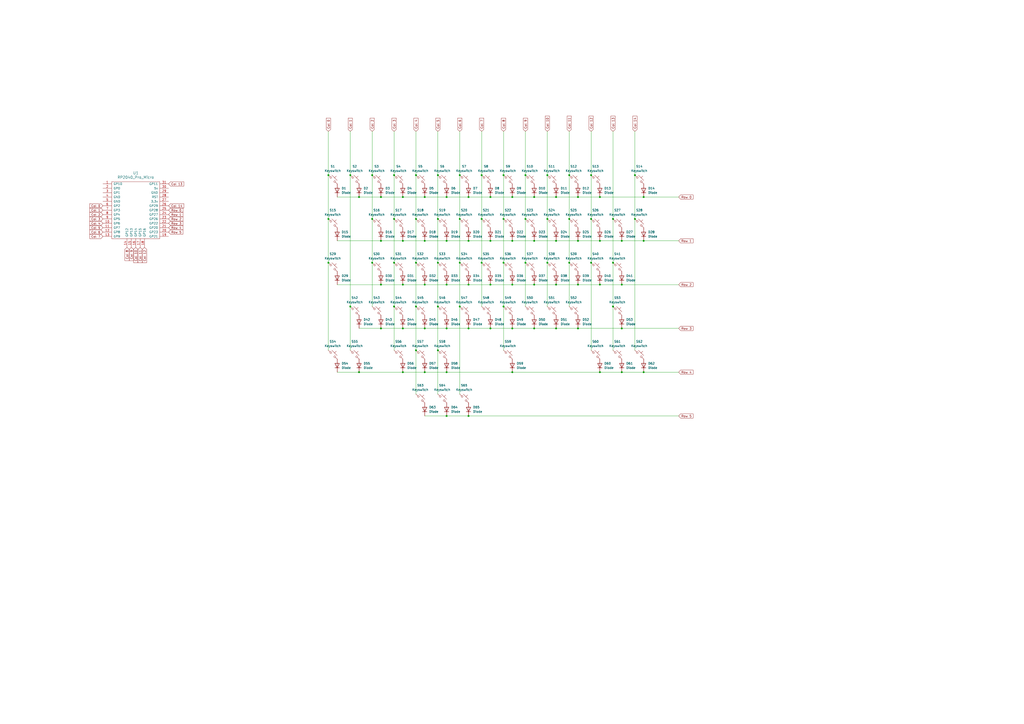
<source format=kicad_sch>
(kicad_sch (version 20231120) (generator "eeschema") (generator_version "8.0")
  (paper "A2")
  (lib_symbols
    (symbol "ScottoKeebs:MCU_RP2040_Pro_Micro" (pin_names (offset 1.016))
      (property "Reference" "U" (at 0 0 0))
      (property "Value" "RP2040_Pro_Micro" (at 0 -27.686 0))
      (symbol "MCU_RP2040_Pro_Micro_1_1"
        (pin input line (at -19.05 15.24 0) (length 5.08) (name "GP10") (number "1"))
        (pin input line (at -19.05 -7.62 0) (length 5.08) (name "GP6") (number "10"))
        (pin input line (at -19.05 -10.16 0) (length 5.08) (name "GP7") (number "11"))
        (pin input line (at -19.05 -12.7 0) (length 5.08) (name "GP8") (number "12"))
        (pin input line (at -19.05 -15.24 0) (length 5.08) (name "GP9") (number "13"))
        (pin input line (at -5.08 -21.59 90) (length 5.08) (name "GP12") (number "14"))
        (pin input line (at -2.54 -21.59 90) (length 5.08) (name "GP13") (number "15"))
        (pin input line (at 0 -21.59 90) (length 5.08) (name "GP14") (number "16"))
        (pin input line (at 2.54 -21.59 90) (length 5.08) (name "GP15") (number "17"))
        (pin input line (at 5.08 -21.59 90) (length 5.08) (name "GP16") (number "18"))
        (pin input line (at 19.05 -15.24 180) (length 5.08) (name "GP21") (number "19"))
        (pin input line (at -19.05 12.7 0) (length 5.08) (name "GP0") (number "2"))
        (pin input line (at 19.05 -12.7 180) (length 5.08) (name "GP23") (number "20"))
        (pin input line (at 19.05 -10.16 180) (length 5.08) (name "GP20") (number "21"))
        (pin input line (at 19.05 -7.62 180) (length 5.08) (name "GP22") (number "22"))
        (pin input line (at 19.05 -5.08 180) (length 5.08) (name "GP26") (number "23"))
        (pin input line (at 19.05 -2.54 180) (length 5.08) (name "GP27") (number "24"))
        (pin input line (at 19.05 0 180) (length 5.08) (name "GP28") (number "25"))
        (pin input line (at 19.05 2.54 180) (length 5.08) (name "GP29") (number "26"))
        (pin input line (at 19.05 5.08 180) (length 5.08) (name "3.3v") (number "27"))
        (pin input line (at 19.05 7.62 180) (length 5.08) (name "RST") (number "28"))
        (pin input line (at 19.05 10.16 180) (length 5.08) (name "GND") (number "29"))
        (pin input line (at -19.05 10.16 0) (length 5.08) (name "GP1") (number "3"))
        (pin input line (at 19.05 12.7 180) (length 5.08) (name "5v") (number "30"))
        (pin input line (at 19.05 15.24 180) (length 5.08) (name "GP11") (number "31"))
        (pin input line (at -19.05 7.62 0) (length 5.08) (name "GND") (number "4"))
        (pin input line (at -19.05 5.08 0) (length 5.08) (name "GND") (number "5"))
        (pin input line (at -19.05 2.54 0) (length 5.08) (name "GP2") (number "6"))
        (pin input line (at -19.05 0 0) (length 5.08) (name "GP3") (number "7"))
        (pin input line (at -19.05 -2.54 0) (length 5.08) (name "GP4") (number "8"))
        (pin input line (at -19.05 -5.08 0) (length 5.08) (name "GP5") (number "9"))
      )
    )
    (symbol "ScottoKeebs:Placeholder_Diode" (pin_numbers hide) (pin_names hide)
      (property "Reference" "D" (at 0 2.54 0))
      (property "Value" "Diode" (at 0 -2.54 0))
      (symbol "Placeholder_Diode_1_1"
        (pin passive line (at -3.81 0 0) (length 2.54) (name "K") (number "1"))
        (pin passive line (at 3.81 0 180) (length 2.54) (name "A") (number "2"))
      )
    )
    (symbol "ScottoKeebs:Placeholder_Keyswitch" (pin_numbers hide) (pin_names (offset 1.016) hide)
      (property "Reference" "S" (at 3.048 1.016 0))
      (property "Value" "Keyswitch" (at 0 -3.81 0))
      (symbol "Placeholder_Keyswitch_0_1"
        (pin passive line (at -2.54 2.54 0) (length 0) (name "1") (number "1"))
        (pin passive line (at 2.54 -2.54 180) (length 0) (name "2") (number "2"))
      )
    )
  )
  (junction (at 190.5 101.6))
  (junction (at 259.08 215.9))
  (junction (at 373.38 215.9))
  (junction (at 203.2 101.6))
  (junction (at 284.48 114.3))
  (junction (at 342.9 101.6))
  (junction (at 322.58 165.1))
  (junction (at 271.78 139.7))
  (junction (at 279.4 127))
  (junction (at 246.38 215.9))
  (junction (at 220.98 114.3))
  (junction (at 208.28 215.9))
  (junction (at 304.8 101.6))
  (junction (at 246.38 114.3))
  (junction (at 271.78 190.5))
  (junction (at 254 127))
  (junction (at 271.78 114.3))
  (junction (at 284.48 190.5))
  (junction (at 254 152.4))
  (junction (at 368.3 101.6))
  (junction (at 309.88 114.3))
  (junction (at 355.6 177.8))
  (junction (at 279.4 101.6))
  (junction (at 317.5 127))
  (junction (at 228.6 152.4))
  (junction (at 335.28 114.3))
  (junction (at 246.38 165.1))
  (junction (at 309.88 190.5))
  (junction (at 292.1 127))
  (junction (at 259.08 241.3))
  (junction (at 304.8 127))
  (junction (at 254 101.6))
  (junction (at 292.1 152.4))
  (junction (at 360.68 190.5))
  (junction (at 360.68 139.7))
  (junction (at 342.9 127))
  (junction (at 259.08 114.3))
  (junction (at 335.28 139.7))
  (junction (at 271.78 241.3))
  (junction (at 228.6 127))
  (junction (at 360.68 215.9))
  (junction (at 220.98 165.1))
  (junction (at 335.28 165.1))
  (junction (at 292.1 177.8))
  (junction (at 190.5 152.4))
  (junction (at 279.4 152.4))
  (junction (at 190.5 127))
  (junction (at 215.9 127))
  (junction (at 228.6 101.6))
  (junction (at 373.38 139.7))
  (junction (at 355.6 152.4))
  (junction (at 208.28 114.3))
  (junction (at 259.08 190.5))
  (junction (at 241.3 152.4))
  (junction (at 241.3 203.2))
  (junction (at 330.2 152.4))
  (junction (at 347.98 114.3))
  (junction (at 266.7 127))
  (junction (at 259.08 165.1))
  (junction (at 368.3 127))
  (junction (at 241.3 101.6))
  (junction (at 228.6 177.8))
  (junction (at 266.7 101.6))
  (junction (at 254 203.2))
  (junction (at 241.3 177.8))
  (junction (at 266.7 152.4))
  (junction (at 309.88 139.7))
  (junction (at 297.18 215.9))
  (junction (at 347.98 165.1))
  (junction (at 330.2 127))
  (junction (at 360.68 165.1))
  (junction (at 259.08 139.7))
  (junction (at 233.68 165.1))
  (junction (at 233.68 114.3))
  (junction (at 335.28 190.5))
  (junction (at 246.38 139.7))
  (junction (at 355.6 127))
  (junction (at 304.8 152.4))
  (junction (at 342.9 152.4))
  (junction (at 297.18 139.7))
  (junction (at 309.88 165.1))
  (junction (at 233.68 190.5))
  (junction (at 215.9 101.6))
  (junction (at 284.48 165.1))
  (junction (at 220.98 139.7))
  (junction (at 317.5 101.6))
  (junction (at 373.38 114.3))
  (junction (at 233.68 215.9))
  (junction (at 233.68 139.7))
  (junction (at 347.98 215.9))
  (junction (at 241.3 127))
  (junction (at 347.98 139.7))
  (junction (at 220.98 190.5))
  (junction (at 322.58 139.7))
  (junction (at 322.58 114.3))
  (junction (at 292.1 101.6))
  (junction (at 266.7 177.8))
  (junction (at 254 177.8))
  (junction (at 322.58 190.5))
  (junction (at 297.18 190.5))
  (junction (at 330.2 101.6))
  (junction (at 297.18 114.3))
  (junction (at 246.38 190.5))
  (junction (at 317.5 152.4))
  (junction (at 284.48 139.7))
  (junction (at 297.18 165.1))
  (junction (at 203.2 177.8))
  (junction (at 271.78 165.1))
  (junction (at 215.9 152.4))
  (wire (pts (xy 271.78 241.3) (xy 393.7 241.3)))
  (wire (pts (xy 330.2 127) (xy 330.2 152.4)))
  (wire (pts (xy 373.38 215.9) (xy 393.7 215.9)))
  (wire (pts (xy 347.98 139.7) (xy 360.68 139.7)))
  (wire (pts (xy 254 76.2) (xy 254 101.6)))
  (wire (pts (xy 297.18 165.1) (xy 309.88 165.1)))
  (wire (pts (xy 368.3 101.6) (xy 368.3 127)))
  (wire (pts (xy 190.5 152.4) (xy 190.5 203.2)))
  (wire (pts (xy 284.48 114.3) (xy 297.18 114.3)))
  (wire (pts (xy 330.2 101.6) (xy 330.2 127)))
  (wire (pts (xy 259.08 241.3) (xy 271.78 241.3)))
  (wire (pts (xy 233.68 190.5) (xy 246.38 190.5)))
  (wire (pts (xy 246.38 241.3) (xy 259.08 241.3)))
  (wire (pts (xy 271.78 114.3) (xy 284.48 114.3)))
  (wire (pts (xy 393.7 139.7) (xy 373.38 139.7)))
  (wire (pts (xy 241.3 152.4) (xy 241.3 177.8)))
  (wire (pts (xy 309.88 139.7) (xy 322.58 139.7)))
  (wire (pts (xy 215.9 127) (xy 215.9 152.4)))
  (wire (pts (xy 335.28 114.3) (xy 347.98 114.3)))
  (wire (pts (xy 393.7 190.5) (xy 360.68 190.5)))
  (wire (pts (xy 195.58 215.9) (xy 208.28 215.9)))
  (wire (pts (xy 342.9 76.2) (xy 342.9 101.6)))
  (wire (pts (xy 195.58 165.1) (xy 220.98 165.1)))
  (wire (pts (xy 241.3 127) (xy 241.3 152.4)))
  (wire (pts (xy 347.98 215.9) (xy 360.68 215.9)))
  (wire (pts (xy 271.78 165.1) (xy 284.48 165.1)))
  (wire (pts (xy 304.8 152.4) (xy 304.8 177.8)))
  (wire (pts (xy 266.7 152.4) (xy 266.7 177.8)))
  (wire (pts (xy 215.9 76.2) (xy 215.9 101.6)))
  (wire (pts (xy 322.58 139.7) (xy 335.28 139.7)))
  (wire (pts (xy 297.18 190.5) (xy 309.88 190.5)))
  (wire (pts (xy 355.6 177.8) (xy 355.6 203.2)))
  (wire (pts (xy 246.38 165.1) (xy 259.08 165.1)))
  (wire (pts (xy 220.98 190.5) (xy 233.68 190.5)))
  (wire (pts (xy 335.28 165.1) (xy 347.98 165.1)))
  (wire (pts (xy 233.68 139.7) (xy 246.38 139.7)))
  (wire (pts (xy 335.28 190.5) (xy 360.68 190.5)))
  (wire (pts (xy 190.5 76.2) (xy 190.5 101.6)))
  (wire (pts (xy 203.2 177.8) (xy 203.2 203.2)))
  (wire (pts (xy 292.1 76.2) (xy 292.1 101.6)))
  (wire (pts (xy 220.98 165.1) (xy 233.68 165.1)))
  (wire (pts (xy 190.5 127) (xy 190.5 152.4)))
  (wire (pts (xy 259.08 139.7) (xy 271.78 139.7)))
  (wire (pts (xy 342.9 152.4) (xy 342.9 203.2)))
  (wire (pts (xy 215.9 152.4) (xy 215.9 177.8)))
  (wire (pts (xy 355.6 127) (xy 355.6 152.4)))
  (wire (pts (xy 259.08 114.3) (xy 271.78 114.3)))
  (wire (pts (xy 254 177.8) (xy 254 203.2)))
  (wire (pts (xy 373.38 139.7) (xy 360.68 139.7)))
  (wire (pts (xy 279.4 127) (xy 279.4 152.4)))
  (wire (pts (xy 254 203.2) (xy 254 228.6)))
  (wire (pts (xy 220.98 114.3) (xy 233.68 114.3)))
  (wire (pts (xy 215.9 101.6) (xy 215.9 127)))
  (wire (pts (xy 317.5 127) (xy 317.5 152.4)))
  (wire (pts (xy 317.5 152.4) (xy 317.5 177.8)))
  (wire (pts (xy 309.88 190.5) (xy 322.58 190.5)))
  (wire (pts (xy 266.7 127) (xy 266.7 152.4)))
  (wire (pts (xy 292.1 127) (xy 292.1 152.4)))
  (wire (pts (xy 266.7 177.8) (xy 266.7 228.6)))
  (wire (pts (xy 279.4 76.2) (xy 279.4 101.6)))
  (wire (pts (xy 284.48 190.5) (xy 297.18 190.5)))
  (wire (pts (xy 208.28 190.5) (xy 220.98 190.5)))
  (wire (pts (xy 317.5 101.6) (xy 317.5 127)))
  (wire (pts (xy 266.7 76.2) (xy 266.7 101.6)))
  (wire (pts (xy 241.3 76.2) (xy 241.3 101.6)))
  (wire (pts (xy 292.1 152.4) (xy 292.1 177.8)))
  (wire (pts (xy 284.48 165.1) (xy 297.18 165.1)))
  (wire (pts (xy 355.6 76.2) (xy 355.6 127)))
  (wire (pts (xy 322.58 165.1) (xy 335.28 165.1)))
  (wire (pts (xy 233.68 215.9) (xy 246.38 215.9)))
  (wire (pts (xy 279.4 152.4) (xy 279.4 177.8)))
  (wire (pts (xy 195.58 139.7) (xy 220.98 139.7)))
  (wire (pts (xy 342.9 127) (xy 342.9 152.4)))
  (wire (pts (xy 190.5 101.6) (xy 190.5 127)))
  (wire (pts (xy 355.6 152.4) (xy 355.6 177.8)))
  (wire (pts (xy 271.78 190.5) (xy 284.48 190.5)))
  (wire (pts (xy 246.38 139.7) (xy 259.08 139.7)))
  (wire (pts (xy 241.3 177.8) (xy 241.3 203.2)))
  (wire (pts (xy 309.88 114.3) (xy 322.58 114.3)))
  (wire (pts (xy 246.38 215.9) (xy 259.08 215.9)))
  (wire (pts (xy 259.08 190.5) (xy 271.78 190.5)))
  (wire (pts (xy 203.2 76.2) (xy 203.2 101.6)))
  (wire (pts (xy 266.7 101.6) (xy 266.7 127)))
  (wire (pts (xy 360.68 165.1) (xy 393.7 165.1)))
  (wire (pts (xy 254 127) (xy 254 152.4)))
  (wire (pts (xy 241.3 101.6) (xy 241.3 127)))
  (wire (pts (xy 297.18 114.3) (xy 309.88 114.3)))
  (wire (pts (xy 271.78 139.7) (xy 284.48 139.7)))
  (wire (pts (xy 208.28 215.9) (xy 233.68 215.9)))
  (wire (pts (xy 368.3 127) (xy 368.3 203.2)))
  (wire (pts (xy 246.38 190.5) (xy 259.08 190.5)))
  (wire (pts (xy 259.08 165.1) (xy 271.78 165.1)))
  (wire (pts (xy 279.4 101.6) (xy 279.4 127)))
  (wire (pts (xy 228.6 152.4) (xy 228.6 177.8)))
  (wire (pts (xy 368.3 76.2) (xy 368.3 101.6)))
  (wire (pts (xy 330.2 76.2) (xy 330.2 101.6)))
  (wire (pts (xy 220.98 139.7) (xy 233.68 139.7)))
  (wire (pts (xy 322.58 114.3) (xy 335.28 114.3)))
  (wire (pts (xy 304.8 76.2) (xy 304.8 101.6)))
  (wire (pts (xy 203.2 101.6) (xy 203.2 177.8)))
  (wire (pts (xy 259.08 215.9) (xy 297.18 215.9)))
  (wire (pts (xy 347.98 165.1) (xy 360.68 165.1)))
  (wire (pts (xy 292.1 101.6) (xy 292.1 127)))
  (wire (pts (xy 347.98 114.3) (xy 373.38 114.3)))
  (wire (pts (xy 195.58 114.3) (xy 208.28 114.3)))
  (wire (pts (xy 297.18 215.9) (xy 347.98 215.9)))
  (wire (pts (xy 335.28 139.7) (xy 347.98 139.7)))
  (wire (pts (xy 393.7 114.3) (xy 373.38 114.3)))
  (wire (pts (xy 233.68 114.3) (xy 246.38 114.3)))
  (wire (pts (xy 254 101.6) (xy 254 127)))
  (wire (pts (xy 228.6 127) (xy 228.6 152.4)))
  (wire (pts (xy 254 152.4) (xy 254 177.8)))
  (wire (pts (xy 241.3 203.2) (xy 241.3 228.6)))
  (wire (pts (xy 309.88 165.1) (xy 322.58 165.1)))
  (wire (pts (xy 208.28 114.3) (xy 220.98 114.3)))
  (wire (pts (xy 373.38 215.9) (xy 360.68 215.9)))
  (wire (pts (xy 228.6 101.6) (xy 228.6 127)))
  (wire (pts (xy 228.6 76.2) (xy 228.6 101.6)))
  (wire (pts (xy 317.5 76.2) (xy 317.5 101.6)))
  (wire (pts (xy 304.8 101.6) (xy 304.8 127)))
  (wire (pts (xy 330.2 152.4) (xy 330.2 177.8)))
  (wire (pts (xy 292.1 177.8) (xy 292.1 203.2)))
  (wire (pts (xy 297.18 139.7) (xy 309.88 139.7)))
  (wire (pts (xy 233.68 165.1) (xy 246.38 165.1)))
  (wire (pts (xy 342.9 101.6) (xy 342.9 127)))
  (wire (pts (xy 284.48 139.7) (xy 297.18 139.7)))
  (wire (pts (xy 322.58 190.5) (xy 335.28 190.5)))
  (wire (pts (xy 228.6 177.8) (xy 228.6 203.2)))
  (wire (pts (xy 304.8 127) (xy 304.8 152.4)))
  (wire (pts (xy 246.38 114.3) (xy 259.08 114.3)))
  (global_label "Col 11" (shape input) (at 81.28 143.51 270) (property "Intersheetrefs" "${INTERSHEET_REFS}" (effects (hide yes))))
  (global_label "Col 6" (shape input) (at 266.7 76.2 90) (property "Intersheetrefs" "${INTERSHEET_REFS}" (effects (hide yes))))
  (global_label "Row 2" (shape input) (at 393.7 165.1 0) (property "Intersheetrefs" "${INTERSHEET_REFS}" (effects (hide yes))))
  (global_label "Col 8" (shape input) (at 73.66 143.51 270) (property "Intersheetrefs" "${INTERSHEET_REFS}" (effects (hide yes))))
  (global_label "Col 9" (shape input) (at 304.8 76.2 90) (property "Intersheetrefs" "${INTERSHEET_REFS}" (effects (hide yes))))
  (global_label "Row 0" (shape input) (at 97.79 121.92 0) (property "Intersheetrefs" "${INTERSHEET_REFS}" (effects (hide yes))))
  (global_label "Row 4" (shape input) (at 97.79 132.08 0) (property "Intersheetrefs" "${INTERSHEET_REFS}" (effects (hide yes))))
  (global_label "Col 6" (shape input) (at 59.69 134.62 180) (property "Intersheetrefs" "${INTERSHEET_REFS}" (effects (hide yes))))
  (global_label "Row 3" (shape input) (at 393.7 190.5 0) (property "Intersheetrefs" "${INTERSHEET_REFS}" (effects (hide yes))))
  (global_label "Col 7" (shape input) (at 279.4 76.2 90) (property "Intersheetrefs" "${INTERSHEET_REFS}" (effects (hide yes))))
  (global_label "Col 3" (shape input) (at 59.69 127 180) (property "Intersheetrefs" "${INTERSHEET_REFS}" (effects (hide yes))))
  (global_label "Col 1" (shape input) (at 203.2 76.2 90) (property "Intersheetrefs" "${INTERSHEET_REFS}" (effects (hide yes))))
  (global_label "Col 12" (shape input) (at 342.9 76.2 90) (property "Intersheetrefs" "${INTERSHEET_REFS}" (effects (hide yes))))
  (global_label "Col 13" (shape input) (at 97.79 106.68 0) (property "Intersheetrefs" "${INTERSHEET_REFS}" (effects (hide yes))))
  (global_label "Col 10" (shape input) (at 78.74 143.51 270) (property "Intersheetrefs" "${INTERSHEET_REFS}" (effects (hide yes))))
  (global_label "Col 11" (shape input) (at 330.2 76.2 90) (property "Intersheetrefs" "${INTERSHEET_REFS}" (effects (hide yes))))
  (global_label "Col 1" (shape input) (at 59.69 121.92 180) (property "Intersheetrefs" "${INTERSHEET_REFS}" (effects (hide yes))))
  (global_label "Row 2" (shape input) (at 97.79 127 0) (property "Intersheetrefs" "${INTERSHEET_REFS}" (effects (hide yes))))
  (global_label "Col 12" (shape input) (at 83.82 143.51 270) (property "Intersheetrefs" "${INTERSHEET_REFS}" (effects (hide yes))))
  (global_label "Col 2" (shape input) (at 215.9 76.2 90) (property "Intersheetrefs" "${INTERSHEET_REFS}" (effects (hide yes))))
  (global_label "Row 0" (shape input) (at 393.7 114.3 0) (property "Intersheetrefs" "${INTERSHEET_REFS}" (effects (hide yes))))
  (global_label "Col 14" (shape input) (at 97.79 119.38 0) (property "Intersheetrefs" "${INTERSHEET_REFS}" (effects (hide yes))))
  (global_label "Col 4" (shape input) (at 241.3 76.2 90) (property "Intersheetrefs" "${INTERSHEET_REFS}" (effects (hide yes))))
  (global_label "Row 4" (shape input) (at 393.7 215.9 0) (property "Intersheetrefs" "${INTERSHEET_REFS}" (effects (hide yes))))
  (global_label "Col 7" (shape input) (at 59.69 137.16 180) (property "Intersheetrefs" "${INTERSHEET_REFS}" (effects (hide yes))))
  (global_label "Row 1" (shape input) (at 97.79 124.46 0) (property "Intersheetrefs" "${INTERSHEET_REFS}" (effects (hide yes))))
  (global_label "Col 13" (shape input) (at 355.6 76.2 90) (property "Intersheetrefs" "${INTERSHEET_REFS}" (effects (hide yes))))
  (global_label "Col 14" (shape input) (at 368.3 76.2 90) (property "Intersheetrefs" "${INTERSHEET_REFS}" (effects (hide yes))))
  (global_label "Col 3" (shape input) (at 228.6 76.2 90) (property "Intersheetrefs" "${INTERSHEET_REFS}" (effects (hide yes))))
  (global_label "Row 3" (shape input) (at 97.79 129.54 0) (property "Intersheetrefs" "${INTERSHEET_REFS}" (effects (hide yes))))
  (global_label "Col 9" (shape input) (at 76.2 143.51 270) (property "Intersheetrefs" "${INTERSHEET_REFS}" (effects (hide yes))))
  (global_label "Col 5" (shape input) (at 59.69 132.08 180) (property "Intersheetrefs" "${INTERSHEET_REFS}" (effects (hide yes))))
  (global_label "Col 5" (shape input) (at 254 76.2 90) (property "Intersheetrefs" "${INTERSHEET_REFS}" (effects (hide yes))))
  (global_label "Col 0" (shape input) (at 190.5 76.2 90) (property "Intersheetrefs" "${INTERSHEET_REFS}" (effects (hide yes))))
  (global_label "Col 8" (shape input) (at 292.1 76.2 90) (property "Intersheetrefs" "${INTERSHEET_REFS}" (effects (hide yes))))
  (global_label "Col 10" (shape input) (at 317.5 76.2 90) (property "Intersheetrefs" "${INTERSHEET_REFS}" (effects (hide yes))))
  (global_label "Row 5" (shape input) (at 393.7 241.3 0) (property "Intersheetrefs" "${INTERSHEET_REFS}" (effects (hide yes))))
  (global_label "Col 4" (shape input) (at 59.69 129.54 180) (property "Intersheetrefs" "${INTERSHEET_REFS}" (effects (hide yes))))
  (global_label "Col 2" (shape input) (at 59.69 124.46 180) (property "Intersheetrefs" "${INTERSHEET_REFS}" (effects (hide yes))))
  (global_label "Row 1" (shape input) (at 393.7 139.7 0) (property "Intersheetrefs" "${INTERSHEET_REFS}" (effects (hide yes))))
  (global_label "Col 0" (shape input) (at 59.69 119.38 180) (property "Intersheetrefs" "${INTERSHEET_REFS}" (effects (hide yes))))
  (global_label "Row 5" (shape input) (at 97.79 134.62 0) (property "Intersheetrefs" "${INTERSHEET_REFS}" (effects (hide yes))))
  (symbol (lib_id "ScottoKeebs:Placeholder_Keyswitch") (at 193.04 205.74 0) (unit 1)
    (property "Reference" "S54" (at 193.04 198.12 0))
    (property "Value" "Keyswitch" (at 193.04 200.66 0))
    (property "Footprint" "ScottoKeebs_MX:MX_PCB_1.25u" (effects (hide yes)))
    (property "Description" "Push button switch, normally open, two pins, 45° tilted" (effects (hide yes)))
  )
  (symbol (lib_id "ScottoKeebs:Placeholder_Diode") (at 195.58 135.89 90) (unit 1)
    (property "Reference" "D15" (at 198.12 134.6199 90) (effects (justify right)))
    (property "Value" "Diode" (at 198.12 137.1599 90) (effects (justify right)))
    (property "Footprint" "ScottoKeebs_Components:Diode_DO-35" (effects (hide yes)))
    (property "Description" "1N4148 (DO-35) or 1N4148W (SOD-123)" (effects (hide yes)))
    (property "Sim.Device" "D" (effects (hide yes)))
    (property "Sim.Pins" "1=K 2=A" (effects (hide yes)))
  )
  (symbol (lib_id "ScottoKeebs:Placeholder_Diode") (at 208.28 110.49 90) (unit 1)
    (property "Reference" "D2" (at 210.82 109.2199 90) (effects (justify right)))
    (property "Value" "Diode" (at 210.82 111.7599 90) (effects (justify right)))
    (property "Footprint" "ScottoKeebs_Components:Diode_DO-35" (effects (hide yes)))
    (property "Description" "1N4148 (DO-35) or 1N4148W (SOD-123)" (effects (hide yes)))
    (property "Sim.Device" "D" (effects (hide yes)))
    (property "Sim.Pins" "1=K 2=A" (effects (hide yes)))
  )
  (symbol (lib_id "ScottoKeebs:Placeholder_Keyswitch") (at 205.74 180.34 0) (unit 1)
    (property "Reference" "S42" (at 205.74 172.72 0))
    (property "Value" "Keyswitch" (at 205.74 175.26 0))
    (property "Footprint" "ScottoKeebs_MX:MX_PCB_2.25u" (effects (hide yes)))
    (property "Description" "Push button switch, normally open, two pins, 45° tilted" (effects (hide yes)))
  )
  (symbol (lib_id "ScottoKeebs:Placeholder_Diode") (at 284.48 161.29 90) (unit 1)
    (property "Reference" "D35" (at 287.02 160.0199 90) (effects (justify right)))
    (property "Value" "Diode" (at 287.02 162.5599 90) (effects (justify right)))
    (property "Footprint" "ScottoKeebs_Components:Diode_DO-35" (effects (hide yes)))
    (property "Description" "1N4148 (DO-35) or 1N4148W (SOD-123)" (effects (hide yes)))
    (property "Sim.Device" "D" (effects (hide yes)))
    (property "Sim.Pins" "1=K 2=A" (effects (hide yes)))
  )
  (symbol (lib_id "ScottoKeebs:Placeholder_Keyswitch") (at 320.04 154.94 0) (unit 1)
    (property "Reference" "S38" (at 320.04 147.32 0))
    (property "Value" "Keyswitch" (at 320.04 149.86 0))
    (property "Footprint" "ScottoKeebs_MX:MX_PCB_1.00u" (effects (hide yes)))
    (property "Description" "Push button switch, normally open, two pins, 45° tilted" (effects (hide yes)))
  )
  (symbol (lib_id "ScottoKeebs:Placeholder_Keyswitch") (at 231.14 154.94 0) (unit 1)
    (property "Reference" "S31" (at 231.14 147.32 0))
    (property "Value" "Keyswitch" (at 231.14 149.86 0))
    (property "Footprint" "ScottoKeebs_MX:MX_PCB_1.00u" (effects (hide yes)))
    (property "Description" "Push button switch, normally open, two pins, 45° tilted" (effects (hide yes)))
  )
  (symbol (lib_id "ScottoKeebs:Placeholder_Diode") (at 373.38 110.49 90) (unit 1)
    (property "Reference" "D14" (at 375.92 109.2199 90) (effects (justify right)))
    (property "Value" "Diode" (at 375.92 111.7599 90) (effects (justify right)))
    (property "Footprint" "ScottoKeebs_Components:Diode_DO-35" (effects (hide yes)))
    (property "Description" "1N4148 (DO-35) or 1N4148W (SOD-123)" (effects (hide yes)))
    (property "Sim.Device" "D" (effects (hide yes)))
    (property "Sim.Pins" "1=K 2=A" (effects (hide yes)))
  )
  (symbol (lib_id "ScottoKeebs:Placeholder_Diode") (at 309.88 186.69 90) (unit 1)
    (property "Reference" "D50" (at 312.42 185.4199 90) (effects (justify right)))
    (property "Value" "Diode" (at 312.42 187.9599 90) (effects (justify right)))
    (property "Footprint" "ScottoKeebs_Components:Diode_DO-35" (effects (hide yes)))
    (property "Description" "1N4148 (DO-35) or 1N4148W (SOD-123)" (effects (hide yes)))
    (property "Sim.Device" "D" (effects (hide yes)))
    (property "Sim.Pins" "1=K 2=A" (effects (hide yes)))
  )
  (symbol (lib_id "ScottoKeebs:Placeholder_Keyswitch") (at 345.44 104.14 0) (unit 1)
    (property "Reference" "S13" (at 345.44 96.52 0))
    (property "Value" "Keyswitch" (at 345.44 99.06 0))
    (property "Footprint" "ScottoKeebs_MX:MX_PCB_1.00u" (effects (hide yes)))
    (property "Description" "Push button switch, normally open, two pins, 45° tilted" (effects (hide yes)))
  )
  (symbol (lib_id "ScottoKeebs:Placeholder_Diode") (at 373.38 135.89 90) (unit 1)
    (property "Reference" "D28" (at 375.92 134.6199 90) (effects (justify right)))
    (property "Value" "Diode" (at 375.92 137.1599 90) (effects (justify right)))
    (property "Footprint" "ScottoKeebs_Components:Diode_DO-35" (effects (hide yes)))
    (property "Description" "1N4148 (DO-35) or 1N4148W (SOD-123)" (effects (hide yes)))
    (property "Sim.Device" "D" (effects (hide yes)))
    (property "Sim.Pins" "1=K 2=A" (effects (hide yes)))
  )
  (symbol (lib_id "ScottoKeebs:Placeholder_Keyswitch") (at 370.84 205.74 0) (unit 1)
    (property "Reference" "S62" (at 370.84 198.12 0))
    (property "Value" "Keyswitch" (at 370.84 200.66 0))
    (property "Footprint" "ScottoKeebs_MX:MX_PCB_1.00u" (effects (hide yes)))
    (property "Description" "Push button switch, normally open, two pins, 45° tilted" (effects (hide yes)))
  )
  (symbol (lib_id "ScottoKeebs:Placeholder_Diode") (at 208.28 186.69 90) (unit 1)
    (property "Reference" "D42" (at 210.82 185.4199 90) (effects (justify right)))
    (property "Value" "Diode" (at 210.82 187.9599 90) (effects (justify right)))
    (property "Footprint" "ScottoKeebs_Components:Diode_DO-35" (effects (hide yes)))
    (property "Description" "1N4148 (DO-35) or 1N4148W (SOD-123)" (effects (hide yes)))
    (property "Sim.Device" "D" (effects (hide yes)))
    (property "Sim.Pins" "1=K 2=A" (effects (hide yes)))
  )
  (symbol (lib_id "ScottoKeebs:Placeholder_Diode") (at 233.68 212.09 90) (unit 1)
    (property "Reference" "D56" (at 236.22 210.8199 90) (effects (justify right)))
    (property "Value" "Diode" (at 236.22 213.3599 90) (effects (justify right)))
    (property "Footprint" "ScottoKeebs_Components:Diode_DO-35" (effects (hide yes)))
    (property "Description" "1N4148 (DO-35) or 1N4148W (SOD-123)" (effects (hide yes)))
    (property "Sim.Device" "D" (effects (hide yes)))
    (property "Sim.Pins" "1=K 2=A" (effects (hide yes)))
  )
  (symbol (lib_id "ScottoKeebs:Placeholder_Diode") (at 322.58 135.89 90) (unit 1)
    (property "Reference" "D24" (at 325.12 134.6199 90) (effects (justify right)))
    (property "Value" "Diode" (at 325.12 137.1599 90) (effects (justify right)))
    (property "Footprint" "ScottoKeebs_Components:Diode_DO-35" (effects (hide yes)))
    (property "Description" "1N4148 (DO-35) or 1N4148W (SOD-123)" (effects (hide yes)))
    (property "Sim.Device" "D" (effects (hide yes)))
    (property "Sim.Pins" "1=K 2=A" (effects (hide yes)))
  )
  (symbol (lib_id "ScottoKeebs:Placeholder_Diode") (at 335.28 186.69 90) (unit 1)
    (property "Reference" "D52" (at 337.82 185.4199 90) (effects (justify right)))
    (property "Value" "Diode" (at 337.82 187.9599 90) (effects (justify right)))
    (property "Footprint" "ScottoKeebs_Components:Diode_DO-35" (effects (hide yes)))
    (property "Description" "1N4148 (DO-35) or 1N4148W (SOD-123)" (effects (hide yes)))
    (property "Sim.Device" "D" (effects (hide yes)))
    (property "Sim.Pins" "1=K 2=A" (effects (hide yes)))
  )
  (symbol (lib_id "ScottoKeebs:Placeholder_Keyswitch") (at 218.44 129.54 0) (unit 1)
    (property "Reference" "S16" (at 218.44 121.92 0))
    (property "Value" "Keyswitch" (at 218.44 124.46 0))
    (property "Footprint" "ScottoKeebs_MX:MX_PCB_1.00u" (effects (hide yes)))
    (property "Description" "Push button switch, normally open, two pins, 45° tilted" (effects (hide yes)))
  )
  (symbol (lib_id "ScottoKeebs:Placeholder_Diode") (at 259.08 237.49 90) (unit 1)
    (property "Reference" "D64" (at 261.62 236.2199 90) (effects (justify right)))
    (property "Value" "Diode" (at 261.62 238.7599 90) (effects (justify right)))
    (property "Footprint" "ScottoKeebs_Components:Diode_DO-35" (effects (hide yes)))
    (property "Description" "1N4148 (DO-35) or 1N4148W (SOD-123)" (effects (hide yes)))
    (property "Sim.Device" "D" (effects (hide yes)))
    (property "Sim.Pins" "1=K 2=A" (effects (hide yes)))
  )
  (symbol (lib_id "ScottoKeebs:Placeholder_Keyswitch") (at 294.64 205.74 0) (unit 1)
    (property "Reference" "S59" (at 294.64 198.12 0))
    (property "Value" "Keyswitch" (at 294.64 200.66 0))
    (property "Footprint" "ScottoKeebs_MX:MX_PCB_6.25u" (effects (hide yes)))
    (property "Description" "Push button switch, normally open, two pins, 45° tilted" (effects (hide yes)))
  )
  (symbol (lib_id "ScottoKeebs:Placeholder_Keyswitch") (at 256.54 180.34 0) (unit 1)
    (property "Reference" "S46" (at 256.54 172.72 0))
    (property "Value" "Keyswitch" (at 256.54 175.26 0))
    (property "Footprint" "ScottoKeebs_MX:MX_PCB_1.00u" (effects (hide yes)))
    (property "Description" "Push button switch, normally open, two pins, 45° tilted" (effects (hide yes)))
  )
  (symbol (lib_id "ScottoKeebs:Placeholder_Diode") (at 271.78 186.69 90) (unit 1)
    (property "Reference" "D47" (at 274.32 185.4199 90) (effects (justify right)))
    (property "Value" "Diode" (at 274.32 187.9599 90) (effects (justify right)))
    (property "Footprint" "ScottoKeebs_Components:Diode_DO-35" (effects (hide yes)))
    (property "Description" "1N4148 (DO-35) or 1N4148W (SOD-123)" (effects (hide yes)))
    (property "Sim.Device" "D" (effects (hide yes)))
    (property "Sim.Pins" "1=K 2=A" (effects (hide yes)))
  )
  (symbol (lib_id "ScottoKeebs:Placeholder_Diode") (at 360.68 186.69 90) (unit 1)
    (property "Reference" "D53" (at 363.22 185.4199 90) (effects (justify right)))
    (property "Value" "Diode" (at 363.22 187.9599 90) (effects (justify right)))
    (property "Footprint" "ScottoKeebs_Components:Diode_DO-35" (effects (hide yes)))
    (property "Description" "1N4148 (DO-35) or 1N4148W (SOD-123)" (effects (hide yes)))
    (property "Sim.Device" "D" (effects (hide yes)))
    (property "Sim.Pins" "1=K 2=A" (effects (hide yes)))
  )
  (symbol (lib_id "ScottoKeebs:Placeholder_Keyswitch") (at 193.04 104.14 0) (unit 1)
    (property "Reference" "S1" (at 193.04 96.52 0))
    (property "Value" "Keyswitch" (at 193.04 99.06 0))
    (property "Footprint" "ScottoKeebs_MX:MX_PCB_1.00u" (effects (hide yes)))
    (property "Description" "Push button switch, normally open, two pins, 45° tilted" (effects (hide yes)))
  )
  (symbol (lib_id "ScottoKeebs:Placeholder_Diode") (at 233.68 186.69 90) (unit 1)
    (property "Reference" "D44" (at 236.22 185.4199 90) (effects (justify right)))
    (property "Value" "Diode" (at 236.22 187.9599 90) (effects (justify right)))
    (property "Footprint" "ScottoKeebs_Components:Diode_DO-35" (effects (hide yes)))
    (property "Description" "1N4148 (DO-35) or 1N4148W (SOD-123)" (effects (hide yes)))
    (property "Sim.Device" "D" (effects (hide yes)))
    (property "Sim.Pins" "1=K 2=A" (effects (hide yes)))
  )
  (symbol (lib_id "ScottoKeebs:Placeholder_Diode") (at 284.48 110.49 90) (unit 1)
    (property "Reference" "D8" (at 287.02 109.2199 90) (effects (justify right)))
    (property "Value" "Diode" (at 287.02 111.7599 90) (effects (justify right)))
    (property "Footprint" "ScottoKeebs_Components:Diode_DO-35" (effects (hide yes)))
    (property "Description" "1N4148 (DO-35) or 1N4148W (SOD-123)" (effects (hide yes)))
    (property "Sim.Device" "D" (effects (hide yes)))
    (property "Sim.Pins" "1=K 2=A" (effects (hide yes)))
  )
  (symbol (lib_id "ScottoKeebs:Placeholder_Keyswitch") (at 307.34 154.94 0) (unit 1)
    (property "Reference" "S37" (at 307.34 147.32 0))
    (property "Value" "Keyswitch" (at 307.34 149.86 0))
    (property "Footprint" "ScottoKeebs_MX:MX_PCB_1.00u" (effects (hide yes)))
    (property "Description" "Push button switch, normally open, two pins, 45° tilted" (effects (hide yes)))
  )
  (symbol (lib_id "ScottoKeebs:Placeholder_Keyswitch") (at 269.24 104.14 0) (unit 1)
    (property "Reference" "S7" (at 269.24 96.52 0))
    (property "Value" "Keyswitch" (at 269.24 99.06 0))
    (property "Footprint" "ScottoKeebs_MX:MX_PCB_1.00u" (effects (hide yes)))
    (property "Description" "Push button switch, normally open, two pins, 45° tilted" (effects (hide yes)))
  )
  (symbol (lib_id "ScottoKeebs:Placeholder_Keyswitch") (at 281.94 154.94 0) (unit 1)
    (property "Reference" "S35" (at 281.94 147.32 0))
    (property "Value" "Keyswitch" (at 281.94 149.86 0))
    (property "Footprint" "ScottoKeebs_MX:MX_PCB_1.00u" (effects (hide yes)))
    (property "Description" "Push button switch, normally open, two pins, 45° tilted" (effects (hide yes)))
  )
  (symbol (lib_id "ScottoKeebs:Placeholder_Diode") (at 220.98 135.89 90) (unit 1)
    (property "Reference" "D16" (at 223.52 134.6199 90) (effects (justify right)))
    (property "Value" "Diode" (at 223.52 137.1599 90) (effects (justify right)))
    (property "Footprint" "ScottoKeebs_Components:Diode_DO-35" (effects (hide yes)))
    (property "Description" "1N4148 (DO-35) or 1N4148W (SOD-123)" (effects (hide yes)))
    (property "Sim.Device" "D" (effects (hide yes)))
    (property "Sim.Pins" "1=K 2=A" (effects (hide yes)))
  )
  (symbol (lib_id "ScottoKeebs:Placeholder_Diode") (at 347.98 212.09 90) (unit 1)
    (property "Reference" "D60" (at 350.52 210.8199 90) (effects (justify right)))
    (property "Value" "Diode" (at 350.52 213.3599 90) (effects (justify right)))
    (property "Footprint" "ScottoKeebs_Components:Diode_DO-35" (effects (hide yes)))
    (property "Description" "1N4148 (DO-35) or 1N4148W (SOD-123)" (effects (hide yes)))
    (property "Sim.Device" "D" (effects (hide yes)))
    (property "Sim.Pins" "1=K 2=A" (effects (hide yes)))
  )
  (symbol (lib_id "ScottoKeebs:Placeholder_Diode") (at 360.68 161.29 90) (unit 1)
    (property "Reference" "D41" (at 363.22 160.0199 90) (effects (justify right)))
    (property "Value" "Diode" (at 363.22 162.5599 90) (effects (justify right)))
    (property "Footprint" "ScottoKeebs_Components:Diode_DO-35" (effects (hide yes)))
    (property "Description" "1N4148 (DO-35) or 1N4148W (SOD-123)" (effects (hide yes)))
    (property "Sim.Device" "D" (effects (hide yes)))
    (property "Sim.Pins" "1=K 2=A" (effects (hide yes)))
  )
  (symbol (lib_id "ScottoKeebs:Placeholder_Keyswitch") (at 345.44 129.54 0) (unit 1)
    (property "Reference" "S26" (at 345.44 121.92 0))
    (property "Value" "Keyswitch" (at 345.44 124.46 0))
    (property "Footprint" "ScottoKeebs_MX:MX_PCB_1.00u" (effects (hide yes)))
    (property "Description" "Push button switch, normally open, two pins, 45° tilted" (effects (hide yes)))
  )
  (symbol (lib_id "ScottoKeebs:Placeholder_Keyswitch") (at 358.14 154.94 0) (unit 1)
    (property "Reference" "S41" (at 358.14 147.32 0))
    (property "Value" "Keyswitch" (at 358.14 149.86 0))
    (property "Footprint" "ScottoKeebs_MX:MX_PCB_2.25u" (effects (hide yes)))
    (property "Description" "Push button switch, normally open, two pins, 45° tilted" (effects (hide yes)))
  )
  (symbol (lib_id "ScottoKeebs:Placeholder_Diode") (at 208.28 212.09 90) (unit 1)
    (property "Reference" "D55" (at 210.82 210.8199 90) (effects (justify right)))
    (property "Value" "Diode" (at 210.82 213.3599 90) (effects (justify right)))
    (property "Footprint" "ScottoKeebs_Components:Diode_DO-35" (effects (hide yes)))
    (property "Description" "1N4148 (DO-35) or 1N4148W (SOD-123)" (effects (hide yes)))
    (property "Sim.Device" "D" (effects (hide yes)))
    (property "Sim.Pins" "1=K 2=A" (effects (hide yes)))
  )
  (symbol (lib_id "ScottoKeebs:Placeholder_Keyswitch") (at 243.84 205.74 0) (unit 1)
    (property "Reference" "S57" (at 243.84 198.12 0))
    (property "Value" "Keyswitch" (at 243.84 200.66 0))
    (property "Footprint" "ScottoKeebs_MX:MX_PCB_1.00u" (effects (hide yes)))
    (property "Description" "Push button switch, normally open, two pins, 45° tilted" (effects (hide yes)))
  )
  (symbol (lib_id "ScottoKeebs:Placeholder_Keyswitch") (at 256.54 205.74 0) (unit 1)
    (property "Reference" "S58" (at 256.54 198.12 0))
    (property "Value" "Keyswitch" (at 256.54 200.66 0))
    (property "Footprint" "ScottoKeebs_MX:MX_PCB_1.00u" (effects (hide yes)))
    (property "Description" "Push button switch, normally open, two pins, 45° tilted" (effects (hide yes)))
  )
  (symbol (lib_id "ScottoKeebs:Placeholder_Diode") (at 309.88 161.29 90) (unit 1)
    (property "Reference" "D37" (at 312.42 160.0199 90) (effects (justify right)))
    (property "Value" "Diode" (at 312.42 162.5599 90) (effects (justify right)))
    (property "Footprint" "ScottoKeebs_Components:Diode_DO-35" (effects (hide yes)))
    (property "Description" "1N4148 (DO-35) or 1N4148W (SOD-123)" (effects (hide yes)))
    (property "Sim.Device" "D" (effects (hide yes)))
    (property "Sim.Pins" "1=K 2=A" (effects (hide yes)))
  )
  (symbol (lib_id "ScottoKeebs:Placeholder_Diode") (at 335.28 110.49 90) (unit 1)
    (property "Reference" "D12" (at 337.82 109.2199 90) (effects (justify right)))
    (property "Value" "Diode" (at 337.82 111.7599 90) (effects (justify right)))
    (property "Footprint" "ScottoKeebs_Components:Diode_DO-35" (effects (hide yes)))
    (property "Description" "1N4148 (DO-35) or 1N4148W (SOD-123)" (effects (hide yes)))
    (property "Sim.Device" "D" (effects (hide yes)))
    (property "Sim.Pins" "1=K 2=A" (effects (hide yes)))
  )
  (symbol (lib_id "ScottoKeebs:Placeholder_Keyswitch") (at 345.44 154.94 0) (unit 1)
    (property "Reference" "S40" (at 345.44 147.32 0))
    (property "Value" "Keyswitch" (at 345.44 149.86 0))
    (property "Footprint" "ScottoKeebs_MX:MX_PCB_1.00u" (effects (hide yes)))
    (property "Description" "Push button switch, normally open, two pins, 45° tilted" (effects (hide yes)))
  )
  (symbol (lib_id "ScottoKeebs:Placeholder_Keyswitch") (at 294.64 104.14 0) (unit 1)
    (property "Reference" "S9" (at 294.64 96.52 0))
    (property "Value" "Keyswitch" (at 294.64 99.06 0))
    (property "Footprint" "ScottoKeebs_MX:MX_PCB_1.00u" (effects (hide yes)))
    (property "Description" "Push button switch, normally open, two pins, 45° tilted" (effects (hide yes)))
  )
  (symbol (lib_id "ScottoKeebs:Placeholder_Diode") (at 246.38 110.49 90) (unit 1)
    (property "Reference" "D5" (at 248.92 109.2199 90) (effects (justify right)))
    (property "Value" "Diode" (at 248.92 111.7599 90) (effects (justify right)))
    (property "Footprint" "ScottoKeebs_Components:Diode_DO-35" (effects (hide yes)))
    (property "Description" "1N4148 (DO-35) or 1N4148W (SOD-123)" (effects (hide yes)))
    (property "Sim.Device" "D" (effects (hide yes)))
    (property "Sim.Pins" "1=K 2=A" (effects (hide yes)))
  )
  (symbol (lib_id "ScottoKeebs:Placeholder_Diode") (at 309.88 135.89 90) (unit 1)
    (property "Reference" "D23" (at 312.42 134.6199 90) (effects (justify right)))
    (property "Value" "Diode" (at 312.42 137.1599 90) (effects (justify right)))
    (property "Footprint" "ScottoKeebs_Components:Diode_DO-35" (effects (hide yes)))
    (property "Description" "1N4148 (DO-35) or 1N4148W (SOD-123)" (effects (hide yes)))
    (property "Sim.Device" "D" (effects (hide yes)))
    (property "Sim.Pins" "1=K 2=A" (effects (hide yes)))
  )
  (symbol (lib_id "ScottoKeebs:Placeholder_Diode") (at 347.98 161.29 90) (unit 1)
    (property "Reference" "D40" (at 350.52 160.0199 90) (effects (justify right)))
    (property "Value" "Diode" (at 350.52 162.5599 90) (effects (justify right)))
    (property "Footprint" "ScottoKeebs_Components:Diode_DO-35" (effects (hide yes)))
    (property "Description" "1N4148 (DO-35) or 1N4148W (SOD-123)" (effects (hide yes)))
    (property "Sim.Device" "D" (effects (hide yes)))
    (property "Sim.Pins" "1=K 2=A" (effects (hide yes)))
  )
  (symbol (lib_id "ScottoKeebs:Placeholder_Diode") (at 259.08 212.09 90) (unit 1)
    (property "Reference" "D58" (at 261.62 210.8199 90) (effects (justify right)))
    (property "Value" "Diode" (at 261.62 213.3599 90) (effects (justify right)))
    (property "Footprint" "ScottoKeebs_Components:Diode_DO-35" (effects (hide yes)))
    (property "Description" "1N4148 (DO-35) or 1N4148W (SOD-123)" (effects (hide yes)))
    (property "Sim.Device" "D" (effects (hide yes)))
    (property "Sim.Pins" "1=K 2=A" (effects (hide yes)))
  )
  (symbol (lib_id "ScottoKeebs:Placeholder_Diode") (at 373.38 212.09 90) (unit 1)
    (property "Reference" "D62" (at 375.92 210.8199 90) (effects (justify right)))
    (property "Value" "Diode" (at 375.92 213.3599 90) (effects (justify right)))
    (property "Footprint" "ScottoKeebs_Components:Diode_DO-35" (effects (hide yes)))
    (property "Description" "1N4148 (DO-35) or 1N4148W (SOD-123)" (effects (hide yes)))
    (property "Sim.Device" "D" (effects (hide yes)))
    (property "Sim.Pins" "1=K 2=A" (effects (hide yes)))
  )
  (symbol (lib_id "ScottoKeebs:Placeholder_Keyswitch") (at 307.34 104.14 0) (unit 1)
    (property "Reference" "S10" (at 307.34 96.52 0))
    (property "Value" "Keyswitch" (at 307.34 99.06 0))
    (property "Footprint" "ScottoKeebs_MX:MX_PCB_1.00u" (effects (hide yes)))
    (property "Description" "Push button switch, normally open, two pins, 45° tilted" (effects (hide yes)))
  )
  (symbol (lib_id "ScottoKeebs:Placeholder_Diode") (at 322.58 161.29 90) (unit 1)
    (property "Reference" "D38" (at 325.12 160.0199 90) (effects (justify right)))
    (property "Value" "Diode" (at 325.12 162.5599 90) (effects (justify right)))
    (property "Footprint" "ScottoKeebs_Components:Diode_DO-35" (effects (hide yes)))
    (property "Description" "1N4148 (DO-35) or 1N4148W (SOD-123)" (effects (hide yes)))
    (property "Sim.Device" "D" (effects (hide yes)))
    (property "Sim.Pins" "1=K 2=A" (effects (hide yes)))
  )
  (symbol (lib_id "ScottoKeebs:Placeholder_Keyswitch") (at 332.74 129.54 0) (unit 1)
    (property "Reference" "S25" (at 332.74 121.92 0))
    (property "Value" "Keyswitch" (at 332.74 124.46 0))
    (property "Footprint" "ScottoKeebs_MX:MX_PCB_1.00u" (effects (hide yes)))
    (property "Description" "Push button switch, normally open, two pins, 45° tilted" (effects (hide yes)))
  )
  (symbol (lib_id "ScottoKeebs:Placeholder_Diode") (at 297.18 135.89 90) (unit 1)
    (property "Reference" "D22" (at 299.72 134.6199 90) (effects (justify right)))
    (property "Value" "Diode" (at 299.72 137.1599 90) (effects (justify right)))
    (property "Footprint" "ScottoKeebs_Components:Diode_DO-35" (effects (hide yes)))
    (property "Description" "1N4148 (DO-35) or 1N4148W (SOD-123)" (effects (hide yes)))
    (property "Sim.Device" "D" (effects (hide yes)))
    (property "Sim.Pins" "1=K 2=A" (effects (hide yes)))
  )
  (symbol (lib_id "ScottoKeebs:Placeholder_Diode") (at 246.38 237.49 90) (unit 1)
    (property "Reference" "D63" (at 248.92 236.2199 90) (effects (justify right)))
    (property "Value" "Diode" (at 248.92 238.7599 90) (effects (justify right)))
    (property "Footprint" "ScottoKeebs_Components:Diode_DO-35" (effects (hide yes)))
    (property "Description" "1N4148 (DO-35) or 1N4148W (SOD-123)" (effects (hide yes)))
    (property "Sim.Device" "D" (effects (hide yes)))
    (property "Sim.Pins" "1=K 2=A" (effects (hide yes)))
  )
  (symbol (lib_id "ScottoKeebs:Placeholder_Keyswitch") (at 332.74 104.14 0) (unit 1)
    (property "Reference" "S12" (at 332.74 96.52 0))
    (property "Value" "Keyswitch" (at 332.74 99.06 0))
    (property "Footprint" "ScottoKeebs_MX:MX_PCB_1.00u" (effects (hide yes)))
    (property "Description" "Push button switch, normally open, two pins, 45° tilted" (effects (hide yes)))
  )
  (symbol (lib_id "ScottoKeebs:Placeholder_Diode") (at 246.38 212.09 90) (unit 1)
    (property "Reference" "D57" (at 248.92 210.8199 90) (effects (justify right)))
    (property "Value" "Diode" (at 248.92 213.3599 90) (effects (justify right)))
    (property "Footprint" "ScottoKeebs_Components:Diode_DO-35" (effects (hide yes)))
    (property "Description" "1N4148 (DO-35) or 1N4148W (SOD-123)" (effects (hide yes)))
    (property "Sim.Device" "D" (effects (hide yes)))
    (property "Sim.Pins" "1=K 2=A" (effects (hide yes)))
  )
  (symbol (lib_id "ScottoKeebs:Placeholder_Keyswitch") (at 307.34 180.34 0) (unit 1)
    (property "Reference" "S50" (at 307.34 172.72 0))
    (property "Value" "Keyswitch" (at 307.34 175.26 0))
    (property "Footprint" "ScottoKeebs_MX:MX_PCB_1.00u" (effects (hide yes)))
    (property "Description" "Push button switch, normally open, two pins, 45° tilted" (effects (hide yes)))
  )
  (symbol (lib_id "ScottoKeebs:Placeholder_Keyswitch") (at 231.14 129.54 0) (unit 1)
    (property "Reference" "S17" (at 231.14 121.92 0))
    (property "Value" "Keyswitch" (at 231.14 124.46 0))
    (property "Footprint" "ScottoKeebs_MX:MX_PCB_1.00u" (effects (hide yes)))
    (property "Description" "Push button switch, normally open, two pins, 45° tilted" (effects (hide yes)))
  )
  (symbol (lib_id "ScottoKeebs:Placeholder_Diode") (at 297.18 186.69 90) (unit 1)
    (property "Reference" "D49" (at 299.72 185.4199 90) (effects (justify right)))
    (property "Value" "Diode" (at 299.72 187.9599 90) (effects (justify right)))
    (property "Footprint" "ScottoKeebs_Components:Diode_DO-35" (effects (hide yes)))
    (property "Description" "1N4148 (DO-35) or 1N4148W (SOD-123)" (effects (hide yes)))
    (property "Sim.Device" "D" (effects (hide yes)))
    (property "Sim.Pins" "1=K 2=A" (effects (hide yes)))
  )
  (symbol (lib_id "ScottoKeebs:Placeholder_Keyswitch") (at 332.74 180.34 0) (unit 1)
    (property "Reference" "S52" (at 332.74 172.72 0))
    (property "Value" "Keyswitch" (at 332.74 175.26 0))
    (property "Footprint" "ScottoKeebs_MX:MX_PCB_1.00u" (effects (hide yes)))
    (property "Description" "Push button switch, normally open, two pins, 45° tilted" (effects (hide yes)))
  )
  (symbol (lib_id "ScottoKeebs:Placeholder_Diode") (at 271.78 237.49 90) (unit 1)
    (property "Reference" "D65" (at 274.32 236.2199 90) (effects (justify right)))
    (property "Value" "Diode" (at 274.32 238.7599 90) (effects (justify right)))
    (property "Footprint" "ScottoKeebs_Components:Diode_DO-35" (effects (hide yes)))
    (property "Description" "1N4148 (DO-35) or 1N4148W (SOD-123)" (effects (hide yes)))
    (property "Sim.Device" "D" (effects (hide yes)))
    (property "Sim.Pins" "1=K 2=A" (effects (hide yes)))
  )
  (symbol (lib_id "ScottoKeebs:Placeholder_Diode") (at 284.48 186.69 90) (unit 1)
    (property "Reference" "D48" (at 287.02 185.4199 90) (effects (justify right)))
    (property "Value" "Diode" (at 287.02 187.9599 90) (effects (justify right)))
    (property "Footprint" "ScottoKeebs_Components:Diode_DO-35" (effects (hide yes)))
    (property "Description" "1N4148 (DO-35) or 1N4148W (SOD-123)" (effects (hide yes)))
    (property "Sim.Device" "D" (effects (hide yes)))
    (property "Sim.Pins" "1=K 2=A" (effects (hide yes)))
  )
  (symbol (lib_id "ScottoKeebs:Placeholder_Diode") (at 246.38 135.89 90) (unit 1)
    (property "Reference" "D18" (at 248.92 134.6199 90) (effects (justify right)))
    (property "Value" "Diode" (at 248.92 137.1599 90) (effects (justify right)))
    (property "Footprint" "ScottoKeebs_Components:Diode_DO-35" (effects (hide yes)))
    (property "Description" "1N4148 (DO-35) or 1N4148W (SOD-123)" (effects (hide yes)))
    (property "Sim.Device" "D" (effects (hide yes)))
    (property "Sim.Pins" "1=K 2=A" (effects (hide yes)))
  )
  (symbol (lib_id "ScottoKeebs:Placeholder_Diode") (at 322.58 110.49 90) (unit 1)
    (property "Reference" "D11" (at 325.12 109.2199 90) (effects (justify right)))
    (property "Value" "Diode" (at 325.12 111.7599 90) (effects (justify right)))
    (property "Footprint" "ScottoKeebs_Components:Diode_DO-35" (effects (hide yes)))
    (property "Description" "1N4148 (DO-35) or 1N4148W (SOD-123)" (effects (hide yes)))
    (property "Sim.Device" "D" (effects (hide yes)))
    (property "Sim.Pins" "1=K 2=A" (effects (hide yes)))
  )
  (symbol (lib_id "ScottoKeebs:Placeholder_Diode") (at 259.08 161.29 90) (unit 1)
    (property "Reference" "D33" (at 261.62 160.0199 90) (effects (justify right)))
    (property "Value" "Diode" (at 261.62 162.5599 90) (effects (justify right)))
    (property "Footprint" "ScottoKeebs_Components:Diode_DO-35" (effects (hide yes)))
    (property "Description" "1N4148 (DO-35) or 1N4148W (SOD-123)" (effects (hide yes)))
    (property "Sim.Device" "D" (effects (hide yes)))
    (property "Sim.Pins" "1=K 2=A" (effects (hide yes)))
  )
  (symbol (lib_id "ScottoKeebs:Placeholder_Keyswitch") (at 370.84 104.14 0) (unit 1)
    (property "Reference" "S14" (at 370.84 96.52 0))
    (property "Value" "Keyswitch" (at 370.84 99.06 0))
    (property "Footprint" "ScottoKeebs_MX:MX_PCB_2.00u" (effects (hide yes)))
    (property "Description" "Push button switch, normally open, two pins, 45° tilted" (effects (hide yes)))
  )
  (symbol (lib_id "ScottoKeebs:Placeholder_Diode") (at 271.78 135.89 90) (unit 1)
    (property "Reference" "D20" (at 274.32 134.6199 90) (effects (justify right)))
    (property "Value" "Diode" (at 274.32 137.1599 90) (effects (justify right)))
    (property "Footprint" "ScottoKeebs_Components:Diode_DO-35" (effects (hide yes)))
    (property "Description" "1N4148 (DO-35) or 1N4148W (SOD-123)" (effects (hide yes)))
    (property "Sim.Device" "D" (effects (hide yes)))
    (property "Sim.Pins" "1=K 2=A" (effects (hide yes)))
  )
  (symbol (lib_id "ScottoKeebs:Placeholder_Diode") (at 246.38 161.29 90) (unit 1)
    (property "Reference" "D32" (at 248.92 160.0199 90) (effects (justify right)))
    (property "Value" "Diode" (at 248.92 162.5599 90) (effects (justify right)))
    (property "Footprint" "ScottoKeebs_Components:Diode_DO-35" (effects (hide yes)))
    (property "Description" "1N4148 (DO-35) or 1N4148W (SOD-123)" (effects (hide yes)))
    (property "Sim.Device" "D" (effects (hide yes)))
    (property "Sim.Pins" "1=K 2=A" (effects (hide yes)))
  )
  (symbol (lib_id "ScottoKeebs:Placeholder_Keyswitch") (at 218.44 104.14 0) (unit 1)
    (property "Reference" "S3" (at 218.44 96.52 0))
    (property "Value" "Keyswitch" (at 218.44 99.06 0))
    (property "Footprint" "ScottoKeebs_MX:MX_PCB_1.00u" (effects (hide yes)))
    (property "Description" "Push button switch, normally open, two pins, 45° tilted" (effects (hide yes)))
  )
  (symbol (lib_id "ScottoKeebs:Placeholder_Keyswitch") (at 281.94 104.14 0) (unit 1)
    (property "Reference" "S8" (at 281.94 96.52 0))
    (property "Value" "Keyswitch" (at 281.94 99.06 0))
    (property "Footprint" "ScottoKeebs_MX:MX_PCB_1.00u" (effects (hide yes)))
    (property "Description" "Push button switch, normally open, two pins, 45° tilted" (effects (hide yes)))
  )
  (symbol (lib_id "ScottoKeebs:Placeholder_Keyswitch") (at 243.84 129.54 0) (unit 1)
    (property "Reference" "S18" (at 243.84 121.92 0))
    (property "Value" "Keyswitch" (at 243.84 124.46 0))
    (property "Footprint" "ScottoKeebs_MX:MX_PCB_1.00u" (effects (hide yes)))
    (property "Description" "Push button switch, normally open, two pins, 45° tilted" (effects (hide yes)))
  )
  (symbol (lib_id "ScottoKeebs:Placeholder_Keyswitch") (at 231.14 104.14 0) (unit 1)
    (property "Reference" "S4" (at 231.14 96.52 0))
    (property "Value" "Keyswitch" (at 231.14 99.06 0))
    (property "Footprint" "ScottoKeebs_MX:MX_PCB_1.00u" (effects (hide yes)))
    (property "Description" "Push button switch, normally open, two pins, 45° tilted" (effects (hide yes)))
  )
  (symbol (lib_id "ScottoKeebs:Placeholder_Keyswitch") (at 294.64 154.94 0) (unit 1)
    (property "Reference" "S36" (at 294.64 147.32 0))
    (property "Value" "Keyswitch" (at 294.64 149.86 0))
    (property "Footprint" "ScottoKeebs_MX:MX_PCB_1.00u" (effects (hide yes)))
    (property "Description" "Push button switch, normally open, two pins, 45° tilted" (effects (hide yes)))
  )
  (symbol (lib_id "ScottoKeebs:Placeholder_Diode") (at 297.18 110.49 90) (unit 1)
    (property "Reference" "D9" (at 299.72 109.2199 90) (effects (justify right)))
    (property "Value" "Diode" (at 299.72 111.7599 90) (effects (justify right)))
    (property "Footprint" "ScottoKeebs_Components:Diode_DO-35" (effects (hide yes)))
    (property "Description" "1N4148 (DO-35) or 1N4148W (SOD-123)" (effects (hide yes)))
    (property "Sim.Device" "D" (effects (hide yes)))
    (property "Sim.Pins" "1=K 2=A" (effects (hide yes)))
  )
  (symbol (lib_id "ScottoKeebs:Placeholder_Keyswitch") (at 256.54 129.54 0) (unit 1)
    (property "Reference" "S19" (at 256.54 121.92 0))
    (property "Value" "Keyswitch" (at 256.54 124.46 0))
    (property "Footprint" "ScottoKeebs_MX:MX_PCB_1.00u" (effects (hide yes)))
    (property "Description" "Push button switch, normally open, two pins, 45° tilted" (effects (hide yes)))
  )
  (symbol (lib_id "ScottoKeebs:Placeholder_Keyswitch") (at 205.74 104.14 0) (unit 1)
    (property "Reference" "S2" (at 205.74 96.52 0))
    (property "Value" "Keyswitch" (at 205.74 99.06 0))
    (property "Footprint" "ScottoKeebs_MX:MX_PCB_1.00u" (effects (hide yes)))
    (property "Description" "Push button switch, normally open, two pins, 45° tilted" (effects (hide yes)))
  )
  (symbol (lib_id "ScottoKeebs:Placeholder_Keyswitch") (at 332.74 154.94 0) (unit 1)
    (property "Reference" "S39" (at 332.74 147.32 0))
    (property "Value" "Keyswitch" (at 332.74 149.86 0))
    (property "Footprint" "ScottoKeebs_MX:MX_PCB_1.00u" (effects (hide yes)))
    (property "Description" "Push button switch, normally open, two pins, 45° tilted" (effects (hide yes)))
  )
  (symbol (lib_id "ScottoKeebs:Placeholder_Diode") (at 309.88 110.49 90) (unit 1)
    (property "Reference" "D10" (at 312.42 109.2199 90) (effects (justify right)))
    (property "Value" "Diode" (at 312.42 111.7599 90) (effects (justify right)))
    (property "Footprint" "ScottoKeebs_Components:Diode_DO-35" (effects (hide yes)))
    (property "Description" "1N4148 (DO-35) or 1N4148W (SOD-123)" (effects (hide yes)))
    (property "Sim.Device" "D" (effects (hide yes)))
    (property "Sim.Pins" "1=K 2=A" (effects (hide yes)))
  )
  (symbol (lib_id "ScottoKeebs:Placeholder_Keyswitch") (at 269.24 154.94 0) (unit 1)
    (property "Reference" "S34" (at 269.24 147.32 0))
    (property "Value" "Keyswitch" (at 269.24 149.86 0))
    (property "Footprint" "ScottoKeebs_MX:MX_PCB_1.00u" (effects (hide yes)))
    (property "Description" "Push button switch, normally open, two pins, 45° tilted" (effects (hide yes)))
  )
  (symbol (lib_id "ScottoKeebs:Placeholder_Keyswitch") (at 358.14 129.54 0) (unit 1)
    (property "Reference" "S27" (at 358.14 121.92 0))
    (property "Value" "Keyswitch" (at 358.14 124.46 0))
    (property "Footprint" "ScottoKeebs_MX:MX_PCB_1.00u" (effects (hide yes)))
    (property "Description" "Push button switch, normally open, two pins, 45° tilted" (effects (hide yes)))
  )
  (symbol (lib_id "ScottoKeebs:Placeholder_Keyswitch") (at 294.64 180.34 0) (unit 1)
    (property "Reference" "S49" (at 294.64 172.72 0))
    (property "Value" "Keyswitch" (at 294.64 175.26 0))
    (property "Footprint" "ScottoKeebs_MX:MX_PCB_1.00u" (effects (hide yes)))
    (property "Description" "Push button switch, normally open, two pins, 45° tilted" (effects (hide yes)))
  )
  (symbol (lib_id "ScottoKeebs:Placeholder_Diode") (at 335.28 161.29 90) (unit 1)
    (property "Reference" "D39" (at 337.82 160.0199 90) (effects (justify right)))
    (property "Value" "Diode" (at 337.82 162.5599 90) (effects (justify right)))
    (property "Footprint" "ScottoKeebs_Components:Diode_DO-35" (effects (hide yes)))
    (property "Description" "1N4148 (DO-35) or 1N4148W (SOD-123)" (effects (hide yes)))
    (property "Sim.Device" "D" (effects (hide yes)))
    (property "Sim.Pins" "1=K 2=A" (effects (hide yes)))
  )
  (symbol (lib_id "ScottoKeebs:Placeholder_Keyswitch") (at 193.04 129.54 0) (unit 1)
    (property "Reference" "S15" (at 193.04 121.92 0))
    (property "Value" "Keyswitch" (at 193.04 124.46 0))
    (property "Footprint" "ScottoKeebs_MX:MX_PCB_1.50u" (effects (hide yes)))
    (property "Description" "Push button switch, normally open, two pins, 45° tilted" (effects (hide yes)))
  )
  (symbol (lib_id "ScottoKeebs:Placeholder_Keyswitch") (at 231.14 180.34 0) (unit 1)
    (property "Reference" "S44" (at 231.14 172.72 0))
    (property "Value" "Keyswitch" (at 231.14 175.26 0))
    (property "Footprint" "ScottoKeebs_MX:MX_PCB_1.00u" (effects (hide yes)))
    (property "Description" "Push button switch, normally open, two pins, 45° tilted" (effects (hide yes)))
  )
  (symbol (lib_id "ScottoKeebs:Placeholder_Keyswitch") (at 231.14 205.74 0) (unit 1)
    (property "Reference" "S56" (at 231.14 198.12 0))
    (property "Value" "Keyswitch" (at 231.14 200.66 0))
    (property "Footprint" "ScottoKeebs_MX:MX_PCB_1.25u" (effects (hide yes)))
    (property "Description" "Push button switch, normally open, two pins, 45° tilted" (effects (hide yes)))
  )
  (symbol (lib_id "ScottoKeebs:Placeholder_Diode") (at 195.58 161.29 90) (unit 1)
    (property "Reference" "D29" (at 198.12 160.0199 90) (effects (justify right)))
    (property "Value" "Diode" (at 198.12 162.5599 90) (effects (justify right)))
    (property "Footprint" "ScottoKeebs_Components:Diode_DO-35" (effects (hide yes)))
    (property "Description" "1N4148 (DO-35) or 1N4148W (SOD-123)" (effects (hide yes)))
    (property "Sim.Device" "D" (effects (hide yes)))
    (property "Sim.Pins" "1=K 2=A" (effects (hide yes)))
  )
  (symbol (lib_id "ScottoKeebs:Placeholder_Keyswitch") (at 320.04 104.14 0) (unit 1)
    (property "Reference" "S11" (at 320.04 96.52 0))
    (property "Value" "Keyswitch" (at 320.04 99.06 0))
    (property "Footprint" "ScottoKeebs_MX:MX_PCB_1.00u" (effects (hide yes)))
    (property "Description" "Push button switch, normally open, two pins, 45° tilted" (effects (hide yes)))
  )
  (symbol (lib_id "ScottoKeebs:Placeholder_Keyswitch") (at 307.34 129.54 0) (unit 1)
    (property "Reference" "S23" (at 307.34 121.92 0))
    (property "Value" "Keyswitch" (at 307.34 124.46 0))
    (property "Footprint" "ScottoKeebs_MX:MX_PCB_1.00u" (effects (hide yes)))
    (property "Description" "Push button switch, normally open, two pins, 45° tilted" (effects (hide yes)))
  )
  (symbol (lib_id "ScottoKeebs:Placeholder_Diode") (at 297.18 161.29 90) (unit 1)
    (property "Reference" "D36" (at 299.72 160.0199 90) (effects (justify right)))
    (property "Value" "Diode" (at 299.72 162.5599 90) (effects (justify right)))
    (property "Footprint" "ScottoKeebs_Components:Diode_DO-35" (effects (hide yes)))
    (property "Description" "1N4148 (DO-35) or 1N4148W (SOD-123)" (effects (hide yes)))
    (property "Sim.Device" "D" (effects (hide yes)))
    (property "Sim.Pins" "1=K 2=A" (effects (hide yes)))
  )
  (symbol (lib_id "ScottoKeebs:Placeholder_Diode") (at 259.08 110.49 90) (unit 1)
    (property "Reference" "D6" (at 261.62 109.2199 90) (effects (justify right)))
    (property "Value" "Diode" (at 261.62 111.7599 90) (effects (justify right)))
    (property "Footprint" "ScottoKeebs_Components:Diode_DO-35" (effects (hide yes)))
    (property "Description" "1N4148 (DO-35) or 1N4148W (SOD-123)" (effects (hide yes)))
    (property "Sim.Device" "D" (effects (hide yes)))
    (property "Sim.Pins" "1=K 2=A" (effects (hide yes)))
  )
  (symbol (lib_id "ScottoKeebs:Placeholder_Keyswitch") (at 243.84 154.94 0) (unit 1)
    (property "Reference" "S32" (at 243.84 147.32 0))
    (property "Value" "Keyswitch" (at 243.84 149.86 0))
    (property "Footprint" "ScottoKeebs_MX:MX_PCB_1.00u" (effects (hide yes)))
    (property "Description" "Push button switch, normally open, two pins, 45° tilted" (effects (hide yes)))
  )
  (symbol (lib_id "ScottoKeebs:Placeholder_Keyswitch") (at 345.44 205.74 0) (unit 1)
    (property "Reference" "S60" (at 345.44 198.12 0))
    (property "Value" "Keyswitch" (at 345.44 200.66 0))
    (property "Footprint" "ScottoKeebs_MX:MX_PCB_1.00u" (effects (hide yes)))
    (property "Description" "Push button switch, normally open, two pins, 45° tilted" (effects (hide yes)))
  )
  (symbol (lib_id "ScottoKeebs:MCU_RP2040_Pro_Micro") (at 78.74 121.92 0) (unit 1)
    (property "Reference" "U1" (at 78.74 100.33 0) (effects (font (size 1.524 1.524))))
    (property "Value" "RP2040_Pro_Micro" (at 78.74 102.87 0) (effects (font (size 1.524 1.524))))
    (property "Footprint" "ScottoKeebs_MCU:RP2040_Pro_Micro" (effects (hide yes)))
  )
  (symbol (lib_id "ScottoKeebs:Placeholder_Keyswitch") (at 269.24 129.54 0) (unit 1)
    (property "Reference" "S20" (at 269.24 121.92 0))
    (property "Value" "Keyswitch" (at 269.24 124.46 0))
    (property "Footprint" "ScottoKeebs_MX:MX_PCB_1.00u" (effects (hide yes)))
    (property "Description" "Push button switch, normally open, two pins, 45° tilted" (effects (hide yes)))
  )
  (symbol (lib_id "ScottoKeebs:Placeholder_Diode") (at 233.68 110.49 90) (unit 1)
    (property "Reference" "D4" (at 236.22 109.2199 90) (effects (justify right)))
    (property "Value" "Diode" (at 236.22 111.7599 90) (effects (justify right)))
    (property "Footprint" "ScottoKeebs_Components:Diode_DO-35" (effects (hide yes)))
    (property "Description" "1N4148 (DO-35) or 1N4148W (SOD-123)" (effects (hide yes)))
    (property "Sim.Device" "D" (effects (hide yes)))
    (property "Sim.Pins" "1=K 2=A" (effects (hide yes)))
  )
  (symbol (lib_id "ScottoKeebs:Placeholder_Diode") (at 360.68 135.89 90) (unit 1)
    (property "Reference" "D27" (at 363.22 134.6199 90) (effects (justify right)))
    (property "Value" "Diode" (at 363.22 137.1599 90) (effects (justify right)))
    (property "Footprint" "ScottoKeebs_Components:Diode_DO-35" (effects (hide yes)))
    (property "Description" "1N4148 (DO-35) or 1N4148W (SOD-123)" (effects (hide yes)))
    (property "Sim.Device" "D" (effects (hide yes)))
    (property "Sim.Pins" "1=K 2=A" (effects (hide yes)))
  )
  (symbol (lib_id "ScottoKeebs:Placeholder_Diode") (at 347.98 110.49 90) (unit 1)
    (property "Reference" "D13" (at 350.52 109.2199 90) (effects (justify right)))
    (property "Value" "Diode" (at 350.52 111.7599 90) (effects (justify right)))
    (property "Footprint" "ScottoKeebs_Components:Diode_DO-35" (effects (hide yes)))
    (property "Description" "1N4148 (DO-35) or 1N4148W (SOD-123)" (effects (hide yes)))
    (property "Sim.Device" "D" (effects (hide yes)))
    (property "Sim.Pins" "1=K 2=A" (effects (hide yes)))
  )
  (symbol (lib_id "ScottoKeebs:Placeholder_Keyswitch") (at 358.14 180.34 0) (unit 1)
    (property "Reference" "S53" (at 358.14 172.72 0))
    (property "Value" "Keyswitch" (at 358.14 175.26 0))
    (property "Footprint" "ScottoKeebs_MX:MX_PCB_2.75u" (effects (hide yes)))
    (property "Description" "Push button switch, normally open, two pins, 45° tilted" (effects (hide yes)))
  )
  (symbol (lib_id "ScottoKeebs:Placeholder_Diode") (at 322.58 186.69 90) (unit 1)
    (property "Reference" "D51" (at 325.12 185.4199 90) (effects (justify right)))
    (property "Value" "Diode" (at 325.12 187.9599 90) (effects (justify right)))
    (property "Footprint" "ScottoKeebs_Components:Diode_DO-35" (effects (hide yes)))
    (property "Description" "1N4148 (DO-35) or 1N4148W (SOD-123)" (effects (hide yes)))
    (property "Sim.Device" "D" (effects (hide yes)))
    (property "Sim.Pins" "1=K 2=A" (effects (hide yes)))
  )
  (symbol (lib_id "ScottoKeebs:Placeholder_Diode") (at 233.68 161.29 90) (unit 1)
    (property "Reference" "D31" (at 236.22 160.0199 90) (effects (justify right)))
    (property "Value" "Diode" (at 236.22 162.5599 90) (effects (justify right)))
    (property "Footprint" "ScottoKeebs_Components:Diode_DO-35" (effects (hide yes)))
    (property "Description" "1N4148 (DO-35) or 1N4148W (SOD-123)" (effects (hide yes)))
    (property "Sim.Device" "D" (effects (hide yes)))
    (property "Sim.Pins" "1=K 2=A" (effects (hide yes)))
  )
  (symbol (lib_id "ScottoKeebs:Placeholder_Keyswitch") (at 269.24 231.14 0) (unit 1)
    (property "Reference" "S65" (at 269.24 223.52 0))
    (property "Value" "Keyswitch" (at 269.24 226.06 0))
    (property "Footprint" "ScottoKeebs_MX:MX_PCB_1.00u" (effects (hide yes)))
    (property "Description" "Push button switch, normally open, two pins, 45° tilted" (effects (hide yes)))
  )
  (symbol (lib_id "ScottoKeebs:Placeholder_Diode") (at 195.58 212.09 90) (unit 1)
    (property "Reference" "D54" (at 198.12 210.8199 90) (effects (justify right)))
    (property "Value" "Diode" (at 198.12 213.3599 90) (effects (justify right)))
    (property "Footprint" "ScottoKeebs_Components:Diode_DO-35" (effects (hide yes)))
    (property "Description" "1N4148 (DO-35) or 1N4148W (SOD-123)" (effects (hide yes)))
    (property "Sim.Device" "D" (effects (hide yes)))
    (property "Sim.Pins" "1=K 2=A" (effects (hide yes)))
  )
  (symbol (lib_id "ScottoKeebs:Placeholder_Diode") (at 259.08 186.69 90) (unit 1)
    (property "Reference" "D46" (at 261.62 185.4199 90) (effects (justify right)))
    (property "Value" "Diode" (at 261.62 187.9599 90) (effects (justify right)))
    (property "Footprint" "ScottoKeebs_Components:Diode_DO-35" (effects (hide yes)))
    (property "Description" "1N4148 (DO-35) or 1N4148W (SOD-123)" (effects (hide yes)))
    (property "Sim.Device" "D" (effects (hide yes)))
    (property "Sim.Pins" "1=K 2=A" (effects (hide yes)))
  )
  (symbol (lib_id "ScottoKeebs:Placeholder_Keyswitch") (at 358.14 205.74 0) (unit 1)
    (property "Reference" "S61" (at 358.14 198.12 0))
    (property "Value" "Keyswitch" (at 358.14 200.66 0))
    (property "Footprint" "ScottoKeebs_MX:MX_PCB_1.00u" (effects (hide yes)))
    (property "Description" "Push button switch, normally open, two pins, 45° tilted" (effects (hide yes)))
  )
  (symbol (lib_id "ScottoKeebs:Placeholder_Keyswitch") (at 370.84 129.54 0) (unit 1)
    (property "Reference" "S28" (at 370.84 121.92 0))
    (property "Value" "Keyswitch" (at 370.84 124.46 0))
    (property "Footprint" "ScottoKeebs_MX:MX_PCB_1.50u" (effects (hide yes)))
    (property "Description" "Push button switch, normally open, two pins, 45° tilted" (effects (hide yes)))
  )
  (symbol (lib_id "ScottoKeebs:Placeholder_Diode") (at 259.08 135.89 90) (unit 1)
    (property "Reference" "D19" (at 261.62 134.6199 90) (effects (justify right)))
    (property "Value" "Diode" (at 261.62 137.1599 90) (effects (justify right)))
    (property "Footprint" "ScottoKeebs_Components:Diode_DO-35" (effects (hide yes)))
    (property "Description" "1N4148 (DO-35) or 1N4148W (SOD-123)" (effects (hide yes)))
    (property "Sim.Device" "D" (effects (hide yes)))
    (property "Sim.Pins" "1=K 2=A" (effects (hide yes)))
  )
  (symbol (lib_id "ScottoKeebs:Placeholder_Diode") (at 347.98 135.89 90) (unit 1)
    (property "Reference" "D26" (at 350.52 134.6199 90) (effects (justify right)))
    (property "Value" "Diode" (at 350.52 137.1599 90) (effects (justify right)))
    (property "Footprint" "ScottoKeebs_Components:Diode_DO-35" (effects (hide yes)))
    (property "Description" "1N4148 (DO-35) or 1N4148W (SOD-123)" (effects (hide yes)))
    (property "Sim.Device" "D" (effects (hide yes)))
    (property "Sim.Pins" "1=K 2=A" (effects (hide yes)))
  )
  (symbol (lib_id "ScottoKeebs:Placeholder_Diode") (at 360.68 212.09 90) (unit 1)
    (property "Reference" "D61" (at 363.22 210.8199 90) (effects (justify right)))
    (property "Value" "Diode" (at 363.22 213.3599 90) (effects (justify right)))
    (property "Footprint" "ScottoKeebs_Components:Diode_DO-35" (effects (hide yes)))
    (property "Description" "1N4148 (DO-35) or 1N4148W (SOD-123)" (effects (hide yes)))
    (property "Sim.Device" "D" (effects (hide yes)))
    (property "Sim.Pins" "1=K 2=A" (effects (hide yes)))
  )
  (symbol (lib_id "ScottoKeebs:Placeholder_Diode") (at 246.38 186.69 90) (unit 1)
    (property "Reference" "D45" (at 248.92 185.4199 90) (effects (justify right)))
    (property "Value" "Diode" (at 248.92 187.9599 90) (effects (justify right)))
    (property "Footprint" "ScottoKeebs_Components:Diode_DO-35" (effects (hide yes)))
    (property "Description" "1N4148 (DO-35) or 1N4148W (SOD-123)" (effects (hide yes)))
    (property "Sim.Device" "D" (effects (hide yes)))
    (property "Sim.Pins" "1=K 2=A" (effects (hide yes)))
  )
  (symbol (lib_id "ScottoKeebs:Placeholder_Diode") (at 220.98 186.69 90) (unit 1)
    (property "Reference" "D43" (at 223.52 185.4199 90) (effects (justify right)))
    (property "Value" "Diode" (at 223.52 187.9599 90) (effects (justify right)))
    (property "Footprint" "ScottoKeebs_Components:Diode_DO-35" (effects (hide yes)))
    (property "Description" "1N4148 (DO-35) or 1N4148W (SOD-123)" (effects (hide yes)))
    (property "Sim.Device" "D" (effects (hide yes)))
    (property "Sim.Pins" "1=K 2=A" (effects (hide yes)))
  )
  (symbol (lib_id "ScottoKeebs:Placeholder_Keyswitch") (at 243.84 180.34 0) (unit 1)
    (property "Reference" "S45" (at 243.84 172.72 0))
    (property "Value" "Keyswitch" (at 243.84 175.26 0))
    (property "Footprint" "ScottoKeebs_MX:MX_PCB_1.00u" (effects (hide yes)))
    (property "Description" "Push button switch, normally open, two pins, 45° tilted" (effects (hide yes)))
  )
  (symbol (lib_id "ScottoKeebs:Placeholder_Keyswitch") (at 193.04 154.94 0) (unit 1)
    (property "Reference" "S29" (at 193.04 147.32 0))
    (property "Value" "Keyswitch" (at 193.04 149.86 0))
    (property "Footprint" "ScottoKeebs_MX:MX_PCB_1.75u" (effects (hide yes)))
    (property "Description" "Push button switch, normally open, two pins, 45° tilted" (effects (hide yes)))
  )
  (symbol (lib_id "ScottoKeebs:Placeholder_Diode") (at 195.58 110.49 90) (unit 1)
    (property "Reference" "D1" (at 198.12 109.2199 90) (effects (justify right)))
    (property "Value" "Diode" (at 198.12 111.7599 90) (effects (justify right)))
    (property "Footprint" "ScottoKeebs_Components:Diode_DO-35" (effects (hide yes)))
    (property "Description" "1N4148 (DO-35) or 1N4148W (SOD-123)" (effects (hide yes)))
    (property "Sim.Device" "D" (effects (hide yes)))
    (property "Sim.Pins" "1=K 2=A" (effects (hide yes)))
  )
  (symbol (lib_id "ScottoKeebs:Placeholder_Keyswitch") (at 243.84 231.14 0) (unit 1)
    (property "Reference" "S63" (at 243.84 223.52 0))
    (property "Value" "Keyswitch" (at 243.84 226.06 0))
    (property "Footprint" "ScottoKeebs_MX:MX_PCB_1.00u" (effects (hide yes)))
    (property "Description" "Push button switch, normally open, two pins, 45° tilted" (effects (hide yes)))
  )
  (symbol (lib_id "ScottoKeebs:Placeholder_Diode") (at 335.28 135.89 90) (unit 1)
    (property "Reference" "D25" (at 337.82 134.6199 90) (effects (justify right)))
    (property "Value" "Diode" (at 337.82 137.1599 90) (effects (justify right)))
    (property "Footprint" "ScottoKeebs_Components:Diode_DO-35" (effects (hide yes)))
    (property "Description" "1N4148 (DO-35) or 1N4148W (SOD-123)" (effects (hide yes)))
    (property "Sim.Device" "D" (effects (hide yes)))
    (property "Sim.Pins" "1=K 2=A" (effects (hide yes)))
  )
  (symbol (lib_id "ScottoKeebs:Placeholder_Diode") (at 271.78 161.29 90) (unit 1)
    (property "Reference" "D34" (at 274.32 160.0199 90) (effects (justify right)))
    (property "Value" "Diode" (at 274.32 162.5599 90) (effects (justify right)))
    (property "Footprint" "ScottoKeebs_Components:Diode_DO-35" (effects (hide yes)))
    (property "Description" "1N4148 (DO-35) or 1N4148W (SOD-123)" (effects (hide yes)))
    (property "Sim.Device" "D" (effects (hide yes)))
    (property "Sim.Pins" "1=K 2=A" (effects (hide yes)))
  )
  (symbol (lib_id "ScottoKeebs:Placeholder_Diode") (at 284.48 135.89 90) (unit 1)
    (property "Reference" "D21" (at 287.02 134.6199 90) (effects (justify right)))
    (property "Value" "Diode" (at 287.02 137.1599 90) (effects (justify right)))
    (property "Footprint" "ScottoKeebs_Components:Diode_DO-35" (effects (hide yes)))
    (property "Description" "1N4148 (DO-35) or 1N4148W (SOD-123)" (effects (hide yes)))
    (property "Sim.Device" "D" (effects (hide yes)))
    (property "Sim.Pins" "1=K 2=A" (effects (hide yes)))
  )
  (symbol (lib_id "ScottoKeebs:Placeholder_Keyswitch") (at 205.74 205.74 0) (unit 1)
    (property "Reference" "S55" (at 205.74 198.12 0))
    (property "Value" "Keyswitch" (at 205.74 200.66 0))
    (property "Footprint" "ScottoKeebs_MX:MX_PCB_1.25u" (effects (hide yes)))
    (property "Description" "Push button switch, normally open, two pins, 45° tilted" (effects (hide yes)))
  )
  (symbol (lib_id "ScottoKeebs:Placeholder_Diode") (at 297.18 212.09 90) (unit 1)
    (property "Reference" "D59" (at 299.72 210.8199 90) (effects (justify right)))
    (property "Value" "Diode" (at 299.72 213.3599 90) (effects (justify right)))
    (property "Footprint" "ScottoKeebs_Components:Diode_DO-35" (effects (hide yes)))
    (property "Description" "1N4148 (DO-35) or 1N4148W (SOD-123)" (effects (hide yes)))
    (property "Sim.Device" "D" (effects (hide yes)))
    (property "Sim.Pins" "1=K 2=A" (effects (hide yes)))
  )
  (symbol (lib_id "ScottoKeebs:Placeholder_Diode") (at 271.78 110.49 90) (unit 1)
    (property "Reference" "D7" (at 274.32 109.2199 90) (effects (justify right)))
    (property "Value" "Diode" (at 274.32 111.7599 90) (effects (justify right)))
    (property "Footprint" "ScottoKeebs_Components:Diode_DO-35" (effects (hide yes)))
    (property "Description" "1N4148 (DO-35) or 1N4148W (SOD-123)" (effects (hide yes)))
    (property "Sim.Device" "D" (effects (hide yes)))
    (property "Sim.Pins" "1=K 2=A" (effects (hide yes)))
  )
  (symbol (lib_id "ScottoKeebs:Placeholder_Keyswitch") (at 281.94 180.34 0) (unit 1)
    (property "Reference" "S48" (at 281.94 172.72 0))
    (property "Value" "Keyswitch" (at 281.94 175.26 0))
    (property "Footprint" "ScottoKeebs_MX:MX_PCB_1.00u" (effects (hide yes)))
    (property "Description" "Push button switch, normally open, two pins, 45° tilted" (effects (hide yes)))
  )
  (symbol (lib_id "ScottoKeebs:Placeholder_Keyswitch") (at 218.44 154.94 0) (unit 1)
    (property "Reference" "S30" (at 218.44 147.32 0))
    (property "Value" "Keyswitch" (at 218.44 149.86 0))
    (property "Footprint" "ScottoKeebs_MX:MX_PCB_1.00u" (effects (hide yes)))
    (property "Description" "Push button switch, normally open, two pins, 45° tilted" (effects (hide yes)))
  )
  (symbol (lib_id "ScottoKeebs:Placeholder_Keyswitch") (at 243.84 104.14 0) (unit 1)
    (property "Reference" "S5" (at 243.84 96.52 0))
    (property "Value" "Keyswitch" (at 243.84 99.06 0))
    (property "Footprint" "ScottoKeebs_MX:MX_PCB_1.00u" (effects (hide yes)))
    (property "Description" "Push button switch, normally open, two pins, 45° tilted" (effects (hide yes)))
  )
  (symbol (lib_id "ScottoKeebs:Placeholder_Keyswitch") (at 320.04 129.54 0) (unit 1)
    (property "Reference" "S24" (at 320.04 121.92 0))
    (property "Value" "Keyswitch" (at 320.04 124.46 0))
    (property "Footprint" "ScottoKeebs_MX:MX_PCB_1.00u" (effects (hide yes)))
    (property "Description" "Push button switch, normally open, two pins, 45° tilted" (effects (hide yes)))
  )
  (symbol (lib_id "ScottoKeebs:Placeholder_Keyswitch") (at 218.44 180.34 0) (unit 1)
    (property "Reference" "S43" (at 218.44 172.72 0))
    (property "Value" "Keyswitch" (at 218.44 175.26 0))
    (property "Footprint" "ScottoKeebs_MX:MX_PCB_1.00u" (effects (hide yes)))
    (property "Description" "Push button switch, normally open, two pins, 45° tilted" (effects (hide yes)))
  )
  (symbol (lib_id "ScottoKeebs:Placeholder_Keyswitch") (at 269.24 180.34 0) (unit 1)
    (property "Reference" "S47" (at 269.24 172.72 0))
    (property "Value" "Keyswitch" (at 269.24 175.26 0))
    (property "Footprint" "ScottoKeebs_MX:MX_PCB_1.00u" (effects (hide yes)))
    (property "Description" "Push button switch, normally open, two pins, 45° tilted" (effects (hide yes)))
  )
  (symbol (lib_id "ScottoKeebs:Placeholder_Keyswitch") (at 256.54 231.14 0) (unit 1)
    (property "Reference" "S64" (at 256.54 223.52 0))
    (property "Value" "Keyswitch" (at 256.54 226.06 0))
    (property "Footprint" "ScottoKeebs_MX:MX_PCB_1.00u" (effects (hide yes)))
    (property "Description" "Push button switch, normally open, two pins, 45° tilted" (effects (hide yes)))
  )
  (symbol (lib_id "ScottoKeebs:Placeholder_Keyswitch") (at 256.54 104.14 0) (unit 1)
    (property "Reference" "S6" (at 256.54 96.52 0))
    (property "Value" "Keyswitch" (at 256.54 99.06 0))
    (property "Footprint" "ScottoKeebs_MX:MX_PCB_1.00u" (effects (hide yes)))
    (property "Description" "Push button switch, normally open, two pins, 45° tilted" (effects (hide yes)))
  )
  (symbol (lib_id "ScottoKeebs:Placeholder_Keyswitch") (at 320.04 180.34 0) (unit 1)
    (property "Reference" "S51" (at 320.04 172.72 0))
    (property "Value" "Keyswitch" (at 320.04 175.26 0))
    (property "Footprint" "ScottoKeebs_MX:MX_PCB_1.00u" (effects (hide yes)))
    (property "Description" "Push button switch, normally open, two pins, 45° tilted" (effects (hide yes)))
  )
  (symbol (lib_id "ScottoKeebs:Placeholder_Keyswitch") (at 294.64 129.54 0) (unit 1)
    (property "Reference" "S22" (at 294.64 121.92 0))
    (property "Value" "Keyswitch" (at 294.64 124.46 0))
    (property "Footprint" "ScottoKeebs_MX:MX_PCB_1.00u" (effects (hide yes)))
    (property "Description" "Push button switch, normally open, two pins, 45° tilted" (effects (hide yes)))
  )
  (symbol (lib_id "ScottoKeebs:Placeholder_Diode") (at 233.68 135.89 90) (unit 1)
    (property "Reference" "D17" (at 236.22 134.6199 90) (effects (justify right)))
    (property "Value" "Diode" (at 236.22 137.1599 90) (effects (justify right)))
    (property "Footprint" "ScottoKeebs_Components:Diode_DO-35" (effects (hide yes)))
    (property "Description" "1N4148 (DO-35) or 1N4148W (SOD-123)" (effects (hide yes)))
    (property "Sim.Device" "D" (effects (hide yes)))
    (property "Sim.Pins" "1=K 2=A" (effects (hide yes)))
  )
  (symbol (lib_id "ScottoKeebs:Placeholder_Keyswitch") (at 256.54 154.94 0) (unit 1)
    (property "Reference" "S33" (at 256.54 147.32 0))
    (property "Value" "Keyswitch" (at 256.54 149.86 0))
    (property "Footprint" "ScottoKeebs_MX:MX_PCB_1.00u" (effects (hide yes)))
    (property "Description" "Push button switch, normally open, two pins, 45° tilted" (effects (hide yes)))
  )
  (symbol (lib_id "ScottoKeebs:Placeholder_Diode") (at 220.98 110.49 90) (unit 1)
    (property "Reference" "D3" (at 223.52 109.2199 90) (effects (justify right)))
    (property "Value" "Diode" (at 223.52 111.7599 90) (effects (justify right)))
    (property "Footprint" "ScottoKeebs_Components:Diode_DO-35" (effects (hide yes)))
    (property "Description" "1N4148 (DO-35) or 1N4148W (SOD-123)" (effects (hide yes)))
    (property "Sim.Device" "D" (effects (hide yes)))
    (property "Sim.Pins" "1=K 2=A" (effects (hide yes)))
  )
  (symbol (lib_id "ScottoKeebs:Placeholder_Diode") (at 220.98 161.29 90) (unit 1)
    (property "Reference" "D30" (at 223.52 160.0199 90) (effects (justify right)))
    (property "Value" "Diode" (at 223.52 162.5599 90) (effects (justify right)))
    (property "Footprint" "ScottoKeebs_Components:Diode_DO-35" (effects (hide yes)))
    (property "Description" "1N4148 (DO-35) or 1N4148W (SOD-123)" (effects (hide yes)))
    (property "Sim.Device" "D" (effects (hide yes)))
    (property "Sim.Pins" "1=K 2=A" (effects (hide yes)))
  )
  (symbol (lib_id "ScottoKeebs:Placeholder_Keyswitch") (at 281.94 129.54 0) (unit 1)
    (property "Reference" "S21" (at 281.94 121.92 0))
    (property "Value" "Keyswitch" (at 281.94 124.46 0))
    (property "Footprint" "ScottoKeebs_MX:MX_PCB_1.00u" (effects (hide yes)))
    (property "Description" "Push button switch, normally open, two pins, 45° tilted" (effects (hide yes)))
  )
)
</source>
